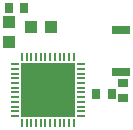
<source format=gtp>
G75*
%MOIN*%
%OFA0B0*%
%FSLAX25Y25*%
%IPPOS*%
%LPD*%
%AMOC8*
5,1,8,0,0,1.08239X$1,22.5*
%
%ADD10R,0.04331X0.03937*%
%ADD11R,0.02756X0.03543*%
%ADD12R,0.03543X0.02756*%
%ADD13R,0.03937X0.04331*%
%ADD14R,0.18110X0.18110*%
%ADD15R,0.00787X0.02500*%
%ADD16R,0.02500X0.00787*%
%ADD17R,0.06299X0.03150*%
D10*
X0014302Y0047339D03*
X0020995Y0047339D03*
D11*
X0011940Y0053559D03*
X0006822Y0053559D03*
X0035956Y0024937D03*
X0041074Y0024937D03*
D12*
X0045011Y0023559D03*
X0045011Y0028677D03*
D13*
X0006900Y0042181D03*
X0006900Y0048874D03*
D14*
X0019814Y0026236D03*
D15*
X0011152Y0015213D03*
X0012727Y0015213D03*
X0014302Y0015213D03*
X0015877Y0015213D03*
X0017452Y0015213D03*
X0019026Y0015213D03*
X0020601Y0015213D03*
X0022176Y0015213D03*
X0023751Y0015213D03*
X0025326Y0015213D03*
X0026900Y0015213D03*
X0028475Y0015213D03*
X0028475Y0037260D03*
X0026900Y0037260D03*
X0025326Y0037260D03*
X0023751Y0037260D03*
X0022176Y0037260D03*
X0020601Y0037260D03*
X0019026Y0037260D03*
X0017452Y0037260D03*
X0015877Y0037260D03*
X0014302Y0037260D03*
X0012727Y0037260D03*
X0011152Y0037260D03*
D16*
X0008790Y0034898D03*
X0008790Y0033323D03*
X0008790Y0031748D03*
X0008790Y0030173D03*
X0008790Y0028598D03*
X0008790Y0027024D03*
X0008790Y0025449D03*
X0008790Y0023874D03*
X0008790Y0022299D03*
X0008790Y0020724D03*
X0008790Y0019150D03*
X0008790Y0017575D03*
X0030837Y0017575D03*
X0030837Y0019150D03*
X0030837Y0020724D03*
X0030837Y0022299D03*
X0030837Y0023874D03*
X0030837Y0025449D03*
X0030837Y0027024D03*
X0030837Y0028598D03*
X0030837Y0030173D03*
X0030837Y0031748D03*
X0030837Y0033323D03*
X0030837Y0034898D03*
D17*
X0044105Y0032220D03*
X0044105Y0046394D03*
M02*

</source>
